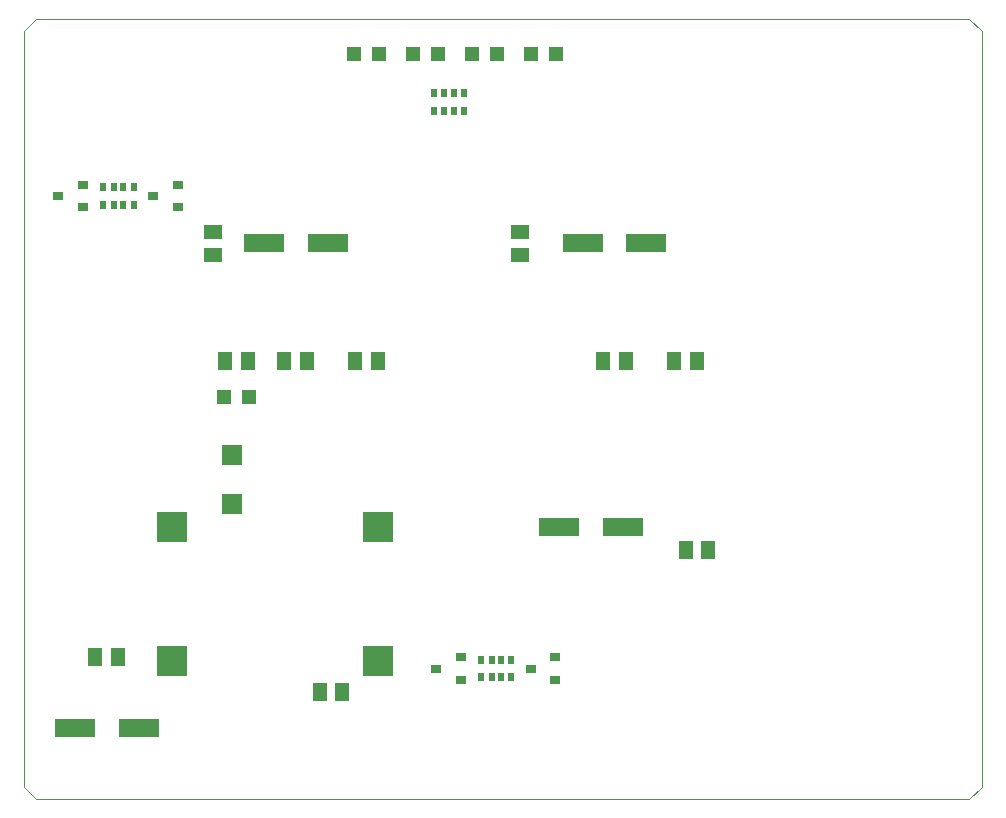
<source format=gtp>
G75*
%MOIN*%
%OFA0B0*%
%FSLAX25Y25*%
%IPPOS*%
%LPD*%
%AMOC8*
5,1,8,0,0,1.08239X$1,22.5*
%
%ADD10C,0.00000*%
%ADD11R,0.04724X0.04724*%
%ADD12R,0.05118X0.06299*%
%ADD13R,0.05906X0.05118*%
%ADD14R,0.13780X0.06299*%
%ADD15R,0.05118X0.05906*%
%ADD16R,0.10000X0.10000*%
%ADD17R,0.06693X0.07087*%
%ADD18R,0.03543X0.03150*%
%ADD19R,0.02362X0.03150*%
%ADD20R,0.01969X0.03150*%
D10*
X0001000Y0004937D02*
X0001000Y0256906D01*
X0004937Y0260843D01*
X0315961Y0260843D01*
X0320409Y0256906D01*
X0320409Y0004937D01*
X0315961Y0001000D01*
X0004937Y0001000D01*
X0001000Y0004937D01*
D11*
X0067732Y0134858D03*
X0076000Y0134858D03*
X0111039Y0249031D03*
X0119307Y0249031D03*
X0130724Y0249031D03*
X0138992Y0249031D03*
X0150409Y0249031D03*
X0158677Y0249031D03*
X0170094Y0249031D03*
X0178362Y0249031D03*
D12*
X0194110Y0146669D03*
X0201591Y0146669D03*
X0217732Y0146669D03*
X0225213Y0146669D03*
X0118913Y0146669D03*
X0111433Y0146669D03*
X0095291Y0146669D03*
X0087811Y0146669D03*
X0075606Y0146669D03*
X0068126Y0146669D03*
X0099622Y0036433D03*
X0107102Y0036433D03*
D13*
X0063992Y0182299D03*
X0063992Y0189780D03*
X0166354Y0189780D03*
X0166354Y0182299D03*
D14*
X0187220Y0186039D03*
X0208480Y0186039D03*
X0200606Y0091551D03*
X0179346Y0091551D03*
X0102181Y0186039D03*
X0080921Y0186039D03*
X0039189Y0024622D03*
X0017929Y0024622D03*
D15*
X0024819Y0048244D03*
X0032299Y0048244D03*
X0221669Y0083677D03*
X0229150Y0083677D03*
D16*
X0119110Y0091551D03*
X0119110Y0046669D03*
X0050213Y0046669D03*
X0050213Y0091551D03*
D17*
X0070291Y0099228D03*
X0070291Y0115370D03*
D18*
X0138402Y0044307D03*
X0146669Y0040567D03*
X0146669Y0048047D03*
X0169898Y0044307D03*
X0178165Y0040567D03*
X0178165Y0048047D03*
X0052181Y0198047D03*
X0052181Y0205528D03*
X0043913Y0201787D03*
X0020685Y0198047D03*
X0020685Y0205528D03*
X0012417Y0201787D03*
D19*
X0027476Y0198835D03*
X0027476Y0204740D03*
X0037516Y0204740D03*
X0037516Y0198835D03*
X0137713Y0230331D03*
X0137713Y0236236D03*
X0147752Y0236236D03*
X0147752Y0230331D03*
X0153461Y0047260D03*
X0153461Y0041354D03*
X0163500Y0041354D03*
X0163500Y0047260D03*
D20*
X0160055Y0047260D03*
X0156906Y0047260D03*
X0156906Y0041354D03*
X0160055Y0041354D03*
X0034071Y0198835D03*
X0030921Y0198835D03*
X0030921Y0204740D03*
X0034071Y0204740D03*
X0141157Y0230331D03*
X0144307Y0230331D03*
X0144307Y0236236D03*
X0141157Y0236236D03*
M02*

</source>
